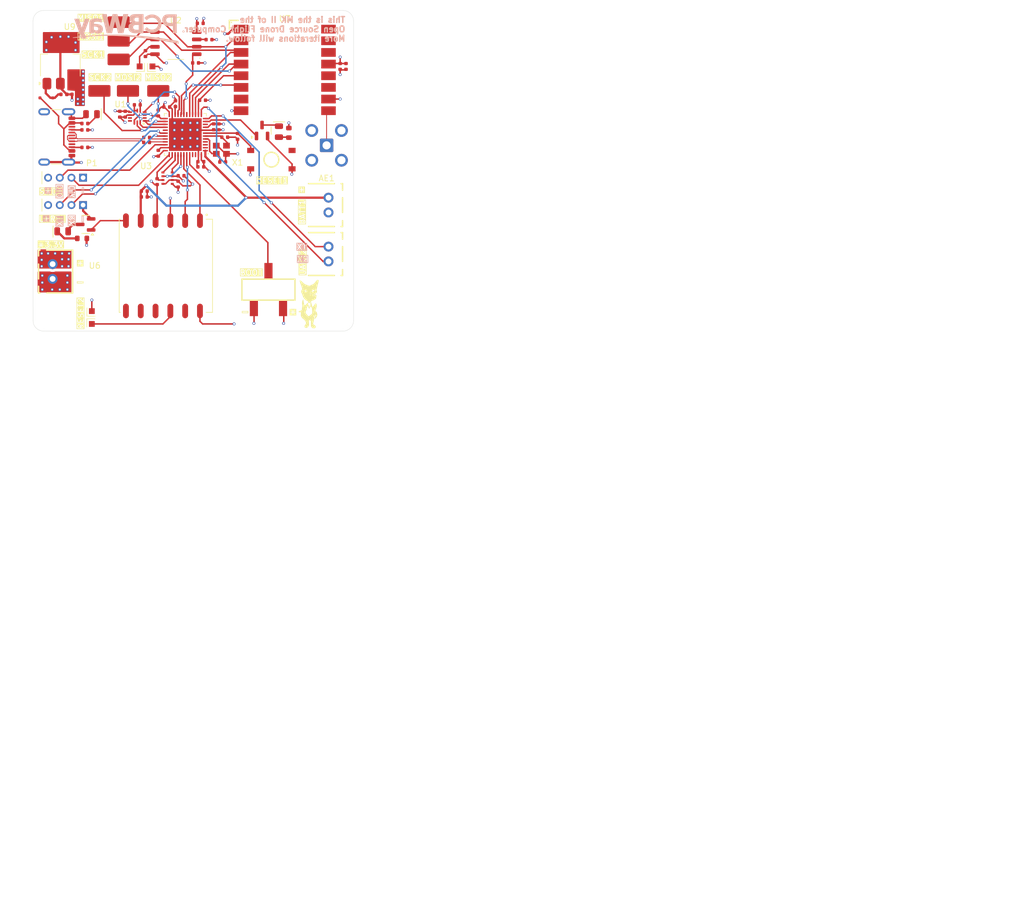
<source format=kicad_pcb>
(kicad_pcb (version 20241229) (generator "pcbnew") (generator_version "9.0")
  (layers (0 "F.Cu" signal) (4 "In1.Cu" power) (6 "In2.Cu" power) (2 "B.Cu" signal) (13 "F.Paste" user) (15 "B.Paste" user) (5 "F.SilkS" user "F.Silkscreen") (7 "B.SilkS" user "B.Silkscreen") (1 "F.Mask" user) (3 "B.Mask" user) (25 "Edge.Cuts" user))
  (net 0 "")
  (net 1 "+3.3V")
  (net 2 "+BATT")
  (net 3 "Net-(U5-PH1-OSC_OUT)")
  (net 4 "Net-(U5-PH0-OSC_IN)")
  (net 5 "+5V")
  (net 6 "Net-(U5-VCAP1)")
  (net 7 "/SPI5_NSS")
  (net 8 "/SPI1_MOSI")
  (net 9 "/SPI1_SCK")
  (net 10 "/SPI1_MISO")
  (net 11 "/SPI1_NSS")
  (net 12 "Net-(U2-~{WP}{slash}IO_{2})")
  (net 13 "Net-(U2-~{HOLD}{slash}~{RESET}{slash}IO_{3})")
  (net 14 "/MCU_RX2")
  (net 15 "Net-(P1-CC1)")
  (net 16 "/MCU_TX2")
  (net 17 "Net-(P1-CC2)")
  (net 21 "Net-(D1-K)")
  (net 22 "/SPI2_SCK")
  (net 27 "/SPI2_NSS")
  (net 28 "Net-(D6-Pad2)")
  (net 29 "Net-(D3-Pad2)")
  (net 30 "/SPI2_MISO")
  (net 32 "/SPI2_MOSI")
  (net 34 "/Debug_TX")
  (net 35 "/Debug_RX")
  (net 39 "GND")
  (net 42 "/MCU_TX1")
  (net 43 "/SPI3_NSS")
  (net 44 "/MCU_RX1")
  (net 48 "Net-(AE1-A)")
  (net 52 "Net-(U5-NRST)")
  (net 53 "Net-(SW2-B)")
  (net 54 "/SPI3_MOSI")
  (net 55 "/SPI3_MISO")
  (net 56 "/SPI3_SCK")
  (net 57 "/Lora_RES")
  (net 58 "/USB_FS_DP")
  (net 59 "/USB_FS_DN")
  (net 60 "Net-(Q3-D)")
  (net 61 "Net-(D5-Pad2)")
  (net 62 "Net-(Q2-D)")
  (net 63 "/SWDIO")
  (net 66 "/SWCLK")
  (net 67 "Net-(Q3-G)")
  (net 68 "/IMU_INT")
  (net 70 "Net-(U6-~{RESET})")
  (net 71 "Net-(Q2-G)")
  (net 72 "Net-(U5-PA11)")
  (net 73 "Net-(U5-PA12)")
  (footprint "easyeda2kicad:CONN-TH_B2B-XH-A-LF-SN" (layer "F.Cu") (at 112 54.4 90)
    (property "Reference" "BATT1")
    (property "Value" "Connector")
  )
  (footprint "PCM_JLCPCB:R_0402" (layer "F.Cu") (at 70.2 41.5 180)
    (property "Reference" "R1" (hide yes))
    (property "Value" "5.1kΩ" (hide yes))
  )
  (footprint "PCM_JLCPCB:R_0402" (layer "F.Cu") (at 89.2 30)
    (property "Reference" "R7" (hide yes))
    (property "Value" "5.1kΩ" (hide yes))
  )
  (footprint "PCM_JLCPCB:C_0402" (layer "F.Cu") (at 76.2 38.8 -90)
    (property "Reference" "C7" (hide yes))
    (property "Value" "2.2uF")
  )
  (footprint "PCM_JLCPCB:C_0402" (layer "F.Cu") (at 94.2 42.75 180)
    (property "Reference" "C11" (hide yes))
    (property "Value" "20pF")
  )
  (footprint "TestPoint:TestPoint_Pad_1.0x1.0mm" (layer "F.Cu") (at 71.4 74.8 90)
    (property "Reference" "REF**" (hide yes))
    (property "Value" "TestPoint_Pad_1.0x1.0mm")
  )
  (footprint "Connector_Coaxial:SMA_BAT_Wireless_BWSMA-KWE-Z001" (layer "F.Cu") (at 111.675 44.15 -90)
    (property "Reference" "AE1")
    (property "Value" "915MHZ Antenna")
  )
  (footprint "easyeda2kicad:SW-SMD_4P-L4.5-W4.5-P3.15-LS7.5-TL" (layer "F.Cu") (at 102.2 46.6)
    (property "Reference" "RESET1")
    (property "Value" "TS1101S")
  )
  (footprint "PCM_JLCPCB:C_0402" (layer "F.Cu") (at 90.1 46.95 180)
    (property "Reference" "C18" (hide yes))
    (property "Value" "4.7uF")
  )
  (footprint "Package_LGA:Bosch_LGA-8_2x2.5mm_P0.65mm_ClockwisePinNumbering" (layer "F.Cu") (at 84.4 49.775 90)
    (property "Reference" "U3")
    (property "Value" "BMP280")
  )
  (footprint "PCM_JLCPCB:R_0402" (layer "F.Cu") (at 70.2 44.5 180)
    (property "Reference" "R2" (hide yes))
    (property "Value" "5.1kΩ" (hide yes))
  )
  (footprint "PCM_JLCPCB:C_0402" (layer "F.Cu") (at 92.3 40.965316 -90)
    (property "Reference" "C21" (hide yes))
    (property "Value" "1uF")
  )
  (footprint "PCM_JLCPCB:R_0402" (layer "F.Cu") (at 90.4 36.4 180)
    (property "Reference" "R10" (hide yes))
    (property "Value" "5.1kΩ" (hide yes))
  )
  (footprint "easyeda2kicad:CONN-TH_B2B-XH-A-LF-SN" (layer "F.Cu") (at 112 62.8 90)
    (property "Reference" "UART2")
    (property "Value" "Connector")
  )
  (footprint "Package_SO:SOIC-8_5.3x5.3mm_P1.27mm" (layer "F.Cu") (at 85.8125 26.6 180)
    (property "Reference" "U2")
    (property "Value" "W25Q16JVSS")
  )
  (footprint "PCM_JLCPCB:R_0402" (layer "F.Cu") (at 70.2 40.4)
    (property "Reference" "R11" (hide yes))
    (property "Value" "200Ω" (hide yes))
  )
  (footprint "TestPoint:TestPoint_Keystone_5019_Miniature" (layer "F.Cu") (at 72.7 34.8)
    (property "Reference" "SCK2")
    (property "Value" "TestPoint")
  )
  (footprint "PCM_JLCPCB:C_0402" (layer "F.Cu") (at 90.09547 47.838667)
    (property "Reference" "C25" (hide yes))
    (property "Value" "100nF")
  )
  (footprint "PCM_JLCPCB:R_0402" (layer "F.Cu") (at 82.8 38.6 -90)
    (property "Reference" "R12" (hide yes))
    (property "Value" "5.1kΩ" (hide yes))
  )
  (footprint "PCM_JLCPCB:Q_SOT-23" (layer "F.Cu") (at 70.34 57.72 180)
    (property "Reference" "Q3" (hide yes))
    (property "Value" "AO3400A")
  )
  (footprint "TestPoint:TestPoint_Keystone_5019_Miniature" (layer "F.Cu") (at 76 26.2 180)
    (property "Reference" "MOSI1")
    (property "Value" "TestPoint")
  )
  (footprint "PCM_JLCPCB:C_0402" (layer "F.Cu") (at 82.8 45.5 -90)
    (property "Reference" "C29" (hide yes))
    (property "Value" "100nF")
  )
  (footprint "PCM_JLCPCB:C_0402" (layer "F.Cu") (at 93.85 47)
    (property "Reference" "C10" (hide yes))
    (property "Value" "20pF")
  )
  (footprint "TestPoint:TestPoint_Pad_1.0x1.0mm" (layer "F.Cu") (at 71.4 72.6)
    (property "Reference" "REF**" (hide yes))
    (property "Value" "TestPoint_Pad_1.0x1.0mm")
  )
  (footprint "Connector_PinHeader_2.00mm:PinHeader_1x04_P2.00mm_Vertical" (layer "F.Cu") (at 69.9 54.4 -90)
    (property "Reference" "UART1")
    (property "Value" "Conn_01x04_Pin")
  )
  (footprint "Package_TO_SOT_SMD:SOT-223-3_TabPin2" (layer "F.Cu") (at 66 30.4 90)
    (property "Reference" "U9")
    (property "Value" "AP7361C-33E")
  )
  (footprint "easyeda2kicad:LGA-14_L3.0-W2.5-P0.50-TL" (layer "F.Cu") (at 79.2 39.2 180)
    (property "Reference" "U1")
    (property "Value" "ICM-42605")
  )
  (footprint "MountingHole:MountingHole_2.1mm" (layer "F.Cu") (at 63.7 73.6)
    (property "Reference" "REF**" (hide yes))
    (property "Value" "MountingHole_2.1mm")
  )
  (footprint "PCM_JLCPCB:C_0402" (layer "F.Cu") (at 80.4 52)
    (property "Reference" "C31" (hide yes))
    (property "Value" "100nF")
  )
  (footprint "PCM_JLCPCB:C_0402" (layer "F.Cu") (at 114 30.6 -90)
    (property "Reference" "C3" (hide yes))
    (property "Value" "10uF")
  )
  (footprint "TestPoint:TestPoint_Keystone_5019_Miniature" (layer "F.Cu") (at 76 23 180)
    (property "Reference" "MISO1")
    (property "Value" "TestPoint")
  )
  (footprint "PCM_JLCPCB:C_0402" (layer "F.Cu") (at 68.5 35.4 180)
    (property "Reference" "C4" (hide yes))
    (property "Value" "4.7uF")
  )
  (footprint "Crystal:Crystal_SMD_2520-4Pin_2.5x2.0mm" (layer "F.Cu") (at 93.625 44.9 180)
    (property "Reference" "X1")
    (property "Value" "Shenzhen SCTF Elec SX2B12.000F1010F30")
  )
  (footprint "PCM_JLCPCB:R_0402" (layer "F.Cu") (at 91.5 26)
    (property "Reference" "R3" (hide yes))
    (property "Value" "5.1kΩ" (hide yes))
  )
  (footprint "PCM_JLCPCB:D_0805" (layer "F.Cu") (at 103.5 41.8 -90)
    (property "Reference" "D5" (hide yes))
    (property "Value" "Red")
  )
  (footprint "PCM_JLCPCB:C_0402" (layer "F.Cu") (at 93.2 40.974013 -90)
    (property "Reference" "C20" (hide yes))
    (property "Value" "100nF")
  )
  (footprint "Diode_SMD:D_SOD-323F" (layer "F.Cu") (at 63.6 36 180)
    (property "Reference" "D1" (hide yes))
    (property "Value" "PMEG3015EJ")
  )
  (footprint "USB-C:USB-C" (layer "F.Cu") (at 64.3 42.7 -90)
    (property "Reference" "P1")
    (property "Value" "USB_C_Plug")
  )
  (footprint "Connector_PinHeader_2.00mm:PinHeader_1x04_P2.00mm_Vertical" (layer "F.Cu") (at 69.9 49.7 -90)
    (property "Reference" "SWD1")
    (property "Value" "Conn_01x04_Pin")
  )
  (footprint "PCM_JLCPCB:R_0603" (layer "F.Cu") (at 105.2 42 -90)
    (property "Reference" "R5" (hide yes))
    (property "Value" "75Ω")
  )
  (footprint "PCM_JLCPCB:C_0402" (layer "F.Cu") (at 79.2 37.2)
    (property "Reference" "C8" (hide yes))
    (property "Value" "10nF")
  )
  (footprint "PCM_JLCPCB:C_0402" (layer "F.Cu") (at 86.2 50.8 90)
    (property "Reference" "C12" (hide yes))
    (property "Value" "100nF")
  )
  (footprint "PCM_JLCPCB:D_0805" (layer "F.Cu") (at 71.34 38.8)
    (property "Reference" "D3" (hide yes))
    (property "Value" "Green")
  )
  (footprint "LOGO" (layer "F.Cu") (at 108.6 71.4)
    (property "Reference" "G***" (hide yes))
    (property "Value" "LOGO" (hide yes))
  )
  (footprint "PCM_JLCPCB:C_0402" (layer "F.Cu") (at 77.128509 38.8 90)
    (property "Reference" "C6" (hide yes))
    (property "Value" "100nF")
  )
  (footprint "Package_DFN_QFN:QFN-48-1EP_7x7mm_P0.5mm_EP5.6x5.6mm" (layer "F.Cu") (at 87.4375 42.3 180)
    (property "Reference" "U5" (hide yes))
    (property "Value" "STM32F411")
  )
  (footprint "Lora1276:COMM-SMD_LORA1276-C1-915MHZ" (layer "F.Cu") (at 104.5 31.2)
    (property "Reference" "U7")
    (property "Value" "915MHz")
  )
  (footprint "easyeda2kicad:CONN-TH_B2B-XH-A-LF-SN" (layer "F.Cu") (at 64.6725 65.8 -90)
    (property "Reference" "+3.3V")
    (property "Value" "Connector")
  )
  (footprint "PCM_JLCPCB:R_0402" (layer "F.Cu") (at 80.795275 43.637992 180)
    (property "Reference" "R14" (hide yes))
    (property "Value" "22Ω" (hide yes))
  )
  (footprint "TestPoint:TestPoint_Keystone_5019_Miniature" (layer "F.Cu") (at 77.6 34.8)
    (property "Reference" "MOSI2")
    (property "Value" "TestPoint")
  )
  (footprint "PCM_JLCPCB:C_0402" (layer "F.Cu") (at 66.6 35.4)
    (property "Reference" "C5" (hide yes))
    (property "Value" "4.7uF")
  )
  (footprint "PCM_JLCPCB:C_0402" (layer "F.Cu") (at 80.4 53)
    (property "Reference" "C15" (hide yes))
    (property "Value" "4.7uF")
  )
  (footprint "MountingHole:MountingHole_2.1mm" (layer "F.Cu") (at 113.9 73.6)
    (property "Reference" "REF**" (hide yes))
    (property "Value" "MountingHole_2.1mm")
  )
  (footprint "TestPoint:TestPoint_Pad_1.0x1.0mm" (layer "F.Cu") (at 79.6 30.6 90)
    (property "Reference" "REF**" (hide yes))
    (property "Value" "TestPoint_Pad_1.0x1.0mm")
  )
  (footprint "PCM_JLCPCB:R_0402" (layer "F.Cu") (at 82.6 50.375 -90)
    (property "Reference" "R9" (hide yes))
    (property "Value" "5.1kΩ" (hide yes))
  )
  (footprint "TestPoint:TestPoint_Keystone_5019_Miniature" (layer "F.Cu") (at 76 29.4)
    (property "Reference" "SCK1")
    (property "Value" "TestPoint")
  )
  (footprint "PCM_JLCPCB:C_0402" (layer "F.Cu") (at 90 23.2)
    (property "Reference" "C1" (hide yes))
    (property "Value" "100nF")
  )
  (footprint "PCM_JLCPCB:C_0402" (layer "F.Cu") (at 96.4 42.6 -90)
    (property "Reference" "C27" (hide yes))
    (property "Value" "100nF")
  )
  (footprint "PCM_JLCPCB:R_0402" (layer "F.Cu") (at 80.6 28.4 -90)
    (property "Reference" "R4" (hide yes))
    (property "Value" "5.1kΩ" (hide yes))
  )
  (footprint "TestPoint:TestPoint_Pad_1.0x1.0mm" (layer "F.Cu") (at 81.8 30.6)
    (property "Reference" "REF**" (hide yes))
    (property "Value" "TestPoint_Pad_1.0x1.0mm")
  )
  (footprint "PCM_JLCPCB:C_0402" (layer "F.Cu") (at 115 30.6 -90)
    (property "Reference" "C28" (hide yes))
    (property "Value" "100nF")
  )
  (footprint "L86:XCVR_L86-M33" (layer "F.Cu") (at 83.6 64.823663 -90)
    (property "Reference" "U6")
    (property "Value" "L86-M33")
  )
  (footprint "TestPoint:TestPoint_Keystone_5019_Miniature" (layer "F.Cu") (at 82.8 34.8)
    (property "Reference" "MISO2")
    (property "Value" "TestPoint")
  )
  (footprint "PCM_JLCPCB:D_0805" (layer "F.Cu") (at 66.4 58.9 180)
    (property "Reference" "D6" (hide yes))
    (property "Value" "Red")
  )
  (footprint "MountingHole:MountingHole_2.1mm" (layer "F.Cu") (at 63.7 23.4)
    (property "Reference" "REF**" (hide yes))
    (property "Value" "MountingHole_2.1mm")
  )
  (footprint "PCM_JLCPCB:C_0402" (layer "F.Cu") (at 84.25 37.567564 180)
    (property "Reference" "C9" (hide yes))
    (property "Value" "100nF")
  )
  (footprint "PCM_JLCPCB:C_0402" (layer "F.Cu") (at 85.75 37 90)
    (property "Reference" "C26" (hide yes))
    (property "Value" "4.7uF")
  )
  (footprint "PCM_JLCPCB:Q_SOT-23" (layer "F.Cu") (at 100.6 41.6 90)
    (property "Reference" "Q2" (hide yes))
    (property "Value" "AO3400A")
  )
  (footprint "PCM_JLCPCB:R_0603" (layer "F.Cu") (at 69.72 60.12 180)
    (property "Reference" "R13" (hide yes))
    (property "Value" "75Ω")
  )
  (footprint "PCM_JLCPCB:C_0402" (layer "F.Cu") (at 86.711167 49.36675)
    (property "Reference" "C17" (hide yes))
    (property "Value" "100nF")
  )
  (footprint "SW-SHOUHAN_MST-22D18G23J_C2875122:SW-SMD_SHOUHAN_MST-22D18G23J_C2875122" (layer "F.Cu") (at 101.7 68.9)
    (property "Reference" "BOOT")
    (property "Value" "SW_SPDT")
  )
  (footprint "PCM_JLCPCB:R_0402" (layer "F.Cu") (at 80.8 42.8 180)
    (property "Reference" "R6" (hide yes))
    (property "Value" "22Ω" (hide yes))
  )
  (footprint "LOGO" (layer "B.Cu") (at 77.3 24.1 180)
    (property "Reference" "G***" (hide yes))
    (property "Value" "LOGO" (hide yes))
  )
  (gr_arc (start 61.308341 22.8) (mid 61.835549 21.527208) (end 63.108341 21) (stroke (width 0.05)) (layer "Edge.Cuts"))
  (gr_arc (start 116.3 74.227208) (mid 115.772792 75.5) (end 114.5 76.027208) (stroke (width 0.05)) (layer "Edge.Cuts"))
  (gr_arc (start 63.11539 76.027208) (mid 61.842598 75.5) (end 61.31539 74.227208) (stroke (width 0.05)) (layer "Edge.Cuts"))
  (gr_line (start 63.11539 76.027207) (end 114.5 76.027208) (stroke (width 0.05)) (layer "Edge.Cuts"))
  (gr_line (start 114.5 21) (end 63.108341 21) (stroke (width 0.05)) (layer "Edge.Cuts"))
  (gr_line (start 116.3 74.227208) (end 116.3 22.8) (stroke (width 0.05)) (layer "Edge.Cuts"))
  (gr_arc (start 114.5 21) (mid 115.772792 21.527208) (end 116.3 22.8) (stroke (width 0.05)) (layer "Edge.Cuts"))
  (gr_line (start 61.308341 22.8) (end 61.31539 74.2272) (stroke (width 0.05)) (layer "Edge.Cuts"))
  (gr_text "+" (at 69.4 64.3 0) (layer "F.SilkS" knockout) (effects (font (size 1 1))))
  (gr_text "+" (at 105.9 72.7 0) (layer "F.SilkS" knockout) (effects (font (size 1 1))))
  (gr_text "RESET2\n" (at 69.5 73 90) (layer "F.SilkS" knockout) (effects (font (size 1 1))))
  (gr_text "-\n" (at 69.4 67.6 0) (layer "F.SilkS" knockout) (effects (font (size 1 1))))
  (gr_text "-\n" (at 97.7 72.7 0) (layer "F.SilkS" knockout) (effects (font (size 1 1))))
  (gr_text "+" (at 107.4 51.7 0) (layer "F.SilkS" knockout) (effects (font (size 1 1))))
  (gr_text "TX\n" (at 65.9 57.2 90) (layer "B.SilkS" knockout) (effects (font (size 1 1)) (justify mirror)))
  (gr_text "-\n" (at 69.9 56.8 -90) (layer "B.SilkS" knockout) (effects (font (size 1 1)) (justify mirror)))
  (gr_text "+" (at 63.5 56.7 90) (layer "B.SilkS" knockout) (effects (font (size 1 1)) (justify mirror)))
  (gr_text "RX\n" (at 68 57 90) (layer "B.SilkS" knockout) (effects (font (size 1 1)) (justify mirror)))
  (gr_text "TX\n" (at 107.4 61.6 0) (layer "B.SilkS" knockout) (effects (font (size 1 1)) (justify mirror)))
  (gr_text "This is the MK II of the \nOpen Source Drone Flight Computer. \nMore iterations will follow.\n" (at 115 26.4 0) (layer "B.SilkS") (effects (font (size 1 1) (thickness 0.25) (bold yes)) (justify left bottom mirror)))
  (gr_text "-\n" (at 69.8 51.9 90) (layer "B.SilkS" knockout) (effects (font (size 1 1)) (justify mirror)))
  (gr_text "CLK\n\n" (at 68.8 52.1 90) (layer "B.SilkS" knockout) (effects (font (size 1 0.76)) (justify mirror)))
  (gr_text "RX\n" (at 107.6 63.7 0) (layer "B.SilkS" knockout) (effects (font (size 1 1)) (justify mirror)))
  (gr_text "+" (at 63.8 51.9 90) (layer "B.SilkS" knockout) (effects (font (size 1 1)) (justify mirror)))
  (gr_text "DIO\n" (at 65.9 52 90) (layer "B.SilkS" knockout) (effects (font (size 1 1)) (justify mirror)))
  (segment (start 89.7 30) (end 90.8 30) (width 0.254) (layer "F.Cu") (net 1))
  (segment (start 115 30.1) (end 112.1 30.1) (width 0.254) (layer "F.Cu") (net 1))
  (segment (start 84.6875 38.8625) (end 84.6875 38.42451) (width 0.254) (layer "F.Cu") (net 1))
  (segment (start 90.1875 46.6875) (end 90.1875 45.775) (width 0.254) (layer "F.Cu") (net 1))
  (segment (start 79.7 38.19) (end 79.7 37.2) (width 0.254) (layer "F.Cu") (net 1))
  (segment (start 76.2 38.3) (end 75.5 38.3) (width 0.254) (layer "F.Cu") (net 1))
  (segment (start 69 35.4) (end 69 34.25) (width 0.381) (layer "F.Cu") (net 1))
  (segment (start 87.1 50.255583) (end 86.211167 49.36675) (width 0.254) (layer "F.Cu") (net 1))
  (segment (start 69 34.25) (end 68.3 33.55) (width 0.381) (layer "F.Cu") (net 1))
  (segment (start 93.2 40.474013) (end 91.888486 40.474013) (width 0.254) (layer "F.Cu") (net 1))
  (segment (start 104.3 74.7) (end 104.3 74.553458) (width 0.254) (layer "F.Cu") (net 1))
  (segment (start 93.9 40.5) (end 93.874013 40.474013) (width 0.254) (layer "F.Cu") (net 1))
  (segment (start 105.2 40.3) (end 105.2 41.18) (width 0.254) (layer "F.Cu") (net 1))
  (segment (start 83.332436 37.567564) (end 83.75 37.567564) (width 0.254) (layer "F.Cu") (net 1))
  (segment (start 82.33 57.073663) (end 82.6 56.803663) (width 0.254) (layer "F.Cu") (net 1))
  (segment (start 69 35.4) (end 69 36.2) (width 0.381) (layer "F.Cu") (net 1))
  (segment (start 93.874013 40.474013) (end 93.2 40.474013) (width 0.254) (layer "F.Cu") (net 1))
  (segment (start 91.312499 41.05) (end 90.875 41.05) (width 0.254) (layer "F.Cu") (net 1))
  (segment (start 104.326729 74.526729) (end 104.326729 72.408862) (width 0.254) (layer "F.Cu") (net 1))
  (segment (start 82.1 46) (end 82 46.1) (width 0.254) (layer "F.Cu") (net 1))
  (segment (start 90.6 47.85) (end 90.6 46.95) (width 0.254) (layer "F.Cu") (net 1))
  (segment (start 70.5 60.16) (end 70.54 60.12) (width 0.381) (layer "F.Cu") (net 1))
  (segment (start 82.175 50.875) (end 81.6 50.3) (width 0.254) (layer "F.Cu") (net 1))
  (segment (start 90.5 22.6) (end 90.5 23.2) (width 0.254) (layer "F.Cu") (net 1))
  (segment (start 79.720421 37.179579) (end 79.7 37.2) (width 0.254) (layer "F.Cu") (net 1))
  (segment (start 90.59547 47.838667) (end 90.788667 47.838667) (width 0.254) (layer "F.Cu") (net 1))
  (segment (start 112.3 29.9) (end 112 30.2) (width 0.254) (layer "F.Cu") (net 1))
  (segment (start 112.1 30.1) (end 112 30.2) (width 0.254) (layer "F.Cu") (net 1))
  (segment (start 80.995 28.505) (end 82.225 28.505) (width 0.254) (layer "F.Cu") (net 1))
  (segment (start 90.604842 22.346417) (end 90.604842 22.495158) (width 0.254) (layer "F.Cu") (net 1))
  (segment (start 83.75 45.05) (end 82.8 46) (width 0.254) (layer "F.Cu") (net 1))
  (segment (start 114 30.1) (end 114 29) (width 0.254) (layer "F.Cu") (net 1))
  (segment (start 86.127917 49.45) (end 86.211167 49.36675) (width 0.254) (layer "F.Cu") (net 1))
  (segment (start 84 45.05) (end 83.75 45.05) (width 0.254) (layer "F.Cu") (net 1))
  (segment (start 86.2 51.3) (end 85.75 51.3) (width 0.254) (layer "F.Cu") (net 1))
  (segment (start 82.8 46) (end 82.1 46) (width 0.254) (layer "F.Cu") (net 1))
  (segment (start 84.6875 38.42451) (end 83.830554 37.567564) (width 0.254) (layer "F.Cu") (net 1))
  (segment (start 90.1875 45.775) (end 90.15 45.7375) (width 0.254) (layer "F.Cu") (net 1))
  (segment (start 83.72 30) (end 82.225 28.505) (width 0.254) (layer "F.Cu") (net 1))
  (segment (start 77.79 38.3) (end 77.94 38.45) (width 0.254) (layer "F.Cu") (net 1))
  (segment (start 70.5 61.3) (end 70.5 60.16) (width 0.381) (layer "F.Cu") (net 1))
  (segment (start 83.75 37.05) (end 84 36.8) (width 0.254) (layer "F.Cu") (net 1))
  (segment (start 91.888486 40.474013) (end 91.312499 41.05) (width 0.254) (layer "F.Cu") (net 1))
  (segment (start 80.6 28.9) (end 80.995 28.505) (width 0.254) (layer "F.Cu") (net 1))
  (segment (start 85.75 51.3) (end 85.2 50.75) (width 0.254) (layer "F.Cu") (net 1))
  (segment (start 84.2 30) (end 83.72 30) (width 0.254) (layer "F.Cu") (net 1))
  (segment (start 83.75 37.567564) (end 83.75 37.05) (width 0.254) (layer "F.Cu") (net 1))
  (segment (start 90.604842 22.495158) (end 90.5 22.6) (width 0.254) (layer "F.Cu") (net 1))
  (segment (start 86.2 51.3) (end 86.2 52.2) (width 0.254) (layer "F.Cu") (net 1))
  (segment (start 79.720421 36.502063) (end 79.720421 37.179579) (width 0.254) (layer "F.Cu") (net 1))
  (segment (start 90.9 36.4) (end 91.7 36.4) (width 0.2) (layer "F.Cu") (net 1))
  (segment (start 90.45 46.95) (end 90.1875 46.6875) (width 0.254) (layer "F.Cu") (net 1))
  (segment (start 82.8 38.1) (end 83.332436 37.567564) (width 0.254) (layer "F.Cu") (net 1))
  (segment (start 82.6 56.803663) (end 82.6 50.875) (width 0.254) (layer "F.Cu") (net 1))
  (segment (start 104.3 74.553458) (end 104.326729 74.526729) (width 0.254) (layer "F.Cu") (net 1))
  (segment (start 92 26) (end 92.8 26) (width 0.254) (layer "F.Cu") (net 1))
  (segment (start 90.788667 47.838667) (end 91.55 48.6) (width 0.254) (layer "F.Cu") (net 1))
  (segment (start 76.2 38.3) (end 77.79 38.3) (width 0.254) (layer "F.Cu") (net 1))
  (segment (start 94 40.5) (end 93.9 40.5) (width 0.254) (layer "F.Cu") (net 1))
  (segment (start 82.6 50.875) (end 82.175 50.875) (width 0.254) (layer "F.Cu") (net 1))
  (segment (start 85.2 49.45) (end 86.127917 49.45) (width 0.254) (layer "F.Cu") (net 1))
  (segment (start 75.5 38.3) (end 75.4 38.2) (width 0.254) (layer "F.Cu") (net 1))
  (via (at 86.2 52.2) (size 0.5) (drill 0.3) (layers "F.Cu" "B.Cu") (net 1))
  (via (at 69.9 34.6) (size 0.5) (drill 0.3) (layers "F.Cu" "B.Cu") (net 1))
  (via (at 67.4 64.9) (size 0.5) (drill 0.3) (layers "F.Cu" "B.Cu") (net 1))
  (via (at 69.9 31.5) (size 0.5) (drill 0.3) (layers "F.Cu" "B.Cu") (net 1))
  (via (at 105.2 40.3) (size 0.5) (drill 0.3) (layers "F.Cu" "B.Cu") (net 1))
  (via (at 79.720421 36.502063) (size 0.5) (drill 0.3) (layers "F.Cu" "B.Cu") (net 1))
  (via (at 63.9 62.7) (size 0.5) (drill 0.3) (layers "F.Cu" "B.Cu") (net 1))
  (via (at 67.4 63.7) (size 0.5) (drill 0.3) (layers "F.Cu" "B.Cu") (net 1))
  (via (at 66.3 63.7) (size 0.5) (drill 0.3) (layers "F.Cu" "B.Cu") (net 1))
  (via (at 69.9 32.2) (size 0.5) (drill 0.3) (layers "F.Cu" "B.Cu") (net 1))
  (via (at 90.604842 22.346417) (size 0.5) (drill 0.3) (layers "F.Cu" "B.Cu") (net 1))
  (via (at 82 46.1) (size 0.5) (drill 0.3) (layers "F.Cu" "B.Cu") (net 1))
  (via (at 94 40.5) (size 0.5) (drill 0.3) (layers "F.Cu" "B.Cu") (net 1))
  (via (at 114 29) (size 0.5) (drill 0.3) (layers "F.Cu" "B.Cu") (net 1))
  (via (at 66.3 64.9) (size 0.5) (drill 0.3) (layers "F.Cu" "B.Cu") (net 1))
  (via (at 69.9 33.8) (size 0.5) (drill 0.3) (layers "F.Cu" "B.Cu") (net 1))
  (via (at 69.9 36.3) (size 0.5) (drill 0.3) (layers "F.Cu" "B.Cu") (net 1))
  (via (at 90.8 30) (size 0.5) (drill 0.3) (layers "F.Cu" "B.Cu") (net 1))
  (via (at 65.1 62.7) (size 0.5) (drill 0.3) (layers "F.Cu" "B.Cu") (net 1))
  (via (at 104.3 74.7) (size 0.5) (drill 0.3) (layers "F.Cu" "B.Cu") (net 1))
  (via (at 69.9 33) (size 0.5) (drill 0.3) (layers "F.Cu" "B.Cu") (net 1))
  (via (at 75.4 38.2) (size 0.5) (drill 0.3) (layers "F.Cu" "B.Cu") (net 1))
  (via (at 62.8 63.8) (size 0.5) (drill 0.3) (layers "F.Cu" "B.Cu") (net 1))
  (via (at 66.3 62.7) (size 0.5) (drill 0.3) (layers "F.Cu" "B.Cu") (net 1))
  (via (at 92.8 26) (size 0.5) (drill 0.3) (layers "F.Cu" "B.Cu") (net 1))
  (via (at 87.1 50.255583) (size 0.5) (drill 0.3) (layers "F.Cu" "B.Cu") (net 1))
  (via (at 69 36.2) (size 0.5) (drill 0.3) (layers "F.Cu" "B.Cu") (net 1))
  (via (at 91.55 48.6) (size 0.5) (drill 0.3) (layers "F.Cu" "B.Cu") (net 1))
  (via (at 70.5 61.3) (size 0.5) (drill 0.3) (layers "F.Cu" "B.Cu") (net 1))
  (via (at 69.9 37) (size 0.5) (drill 0.3) (layers "F.Cu" "B.Cu") (net 1))
  (via (at 84.2 30) (size 0.5) (drill 0.3) (layers "F.Cu" "B.Cu") (net 1))
  (via (at 81.6 50.3) (size 0.5) (drill 0.3) (layers "F.Cu" "B.Cu") (net 1))
  (via (at 69 37) (size 0.5) (drill 0.3) (layers "F.Cu" "B.Cu") (net 1))
  (via (at 62.8 62.7) (size 0.5) (drill 0.3) (layers "F.Cu" "B.Cu") (net 1))
  (via (at 67.5 62.7) (size 0.5) (drill 0.3) (layers "F.Cu" "B.Cu") (net 1))
  (via (at 69.9 35.5) (size 0.5) (drill 0.3) (layers "F.Cu" "B.Cu") (net 1))
  (via (at 84 36.8) (size 0.5) (drill 0.3) (layers "F.Cu" "B.Cu") (net 1))
  (via (at 62.8 64.9) (size 0.5) (drill 0.3) (layers "F.Cu" "B.Cu") (net 1))
  (via (at 91.7 36.4) (size 0.5) (drill 0.3) (layers "F.Cu" "B.Cu") (net 1))
  (segment (start 97.855658 53.055658) (end 97.855658 53.13) (width 0.381) (layer "F.Cu") (net 2))
  (segment (start 80.7 51.1) (end 79.9 51.9) (width 0.381) (layer "F.Cu") (net 2))
  (segment (start 90.875 45.05) (end 90.875 46.075) (width 0.381) (layer "F.Cu") (net 2))
  (segment (start 79.79 57.073663) (end 79.79 52.11) (width 0.381) (layer "F.Cu") (net 2))
  (segment (start 79.9 51.9) (end 79.9 52) (width 0.381) (layer "F.Cu") (net 2))
  (segment (start 80.7 51) (end 80.7 51.1) (width 0.381) (layer "F.Cu") (net 2))
  (segment (start 97.855658 53.13) (end 112.525 53.13) (width 0.381) (layer "F.Cu") (net 2))
  (segment (start 90.875 46.075) (end 97.855658 53.055658) (width 0.381) (layer "F.Cu") (net 2))
  (via (at 80.7 51) (size 0.5) (drill 0.3) (layers "F.Cu" "B.Cu") (net 2))
  (via (at 97.855658 53.13) (size 0.5) (drill 0.3) (layers "F.Cu" "B.Cu") (net 2))
  (segment (start 96.485658 54.5) (end 97.855658 53.13) (width 0.381) (layer "B.Cu") (net 2))
  (segment (start 84.2 54.5) (end 96.485658 54.5) (width 0.381) (layer "B.Cu") (net 2))
  (segment (start 80.7 51) (end 84.2 54.5) (width 0.381) (layer "B.Cu") (net 2))
  (segment (start 90.8375 42.55) (end 93.5 42.55) (width 0.254) (layer "F.Cu") (net 3))
  (segment (start 93.5 42.55) (end 94.9 43.95) (width 0.254) (layer "F.Cu") (net 3))
  (segment (start 92.7 45.55) (end 92 45.55) (width 0.254) (layer "F.Cu") (net 4))
  (segment (start 91.603 43.324016) (end 91.328984 43.05) (width 0.254) (layer "F.Cu") (net 4))
  (segment (start 91.328984 43.05) (end 90.8375 43.05) (width 0.254) (layer "F.Cu") (net 4))
  (segment (start 92 45.55) (end 91.603 45.153) (width 0.254) (layer "F.Cu") (net 4))
  (segment (start 93.35 46.2) (end 92.7 45.55) (width 0.254) (layer "F.Cu") (net 4))
  (segment (start 93.35 47) (end 93.35 46.2) (width 0.254) (layer "F.Cu") (net 4))
  (segment (start 91.603 45.153) (end 91.603 43.324016) (width 0.254) (layer "F.Cu") (net 4))
  (segment (start 69.7 40.6) (end 69.4 40.3) (width 0.254) (layer "F.Cu") (net 5))
  (segment (start 62.55739 36) (end 62.5 36) (width 0.254) (layer "F.Cu") (net 5))
  (segment (start 65.7 40.422152) (end 65.7 39.14261) (width 0.254) (layer "F.Cu") (net 5))
  (segment (start 65.7 39.14261) (end 62.55739 36) (width 0.254) (layer "F.Cu") (net 5))
  (segment (start 67.98 40.3) (end 67.622152 40.3) (width 0.254) (layer "F.Cu") (net 5))
  (segment (start 67.622152 40.3) (end 66.8892 41.032952) (width 0.254) (layer "F.Cu") (net 5))
  (segment (start 67.622152 45.1) (end 67.98 45.1) (width 0.254) (layer "F.Cu") (net 5))
  (segment (start 66.6 41.322152) (end 65.7 40.422152) (width 0.254) (layer "F.Cu") (net 5))
  (segment (start 66.6 44.077848) (end 67.622152 45.1) (width 0.254) (layer "F.Cu") (net 5))
  (segment (start 66.8892 41.032952) (end 66.6 41.322152) (width 0.254) (layer "F.Cu") (net 5))
  (segment (start 66.6 41.322152) (end 66.6 44.077848) (width 0.254) (layer "F.Cu") (net 5))
  (segment (start 69.4 40.3) (end 67.98 40.3) (width 0.254) (layer "F.Cu") (net 5))
  (segment (start 85.6875 37.3125) (end 85.6875 38.8625) (width 0.254) (layer "F.Cu") (net 6))
  (segment (start 85.75 37.25) (end 85.6875 37.3125) (width 0.254) (layer "F.Cu") (net 6))
  (segment (start 87.1875 36.4125) (end 87.1875 38.8625) (width 0.254) (layer "F.Cu") (net 7))
  (segment (start 87.6 33.6) (end 87.6 33.2) (width 0.254) (layer "F.Cu") (net 7))
  (segment (start 87.6 36) (end 87.1875 36.4125) (width 0.254) (layer "F.Cu") (net 7))
  (segment (start 88.7 30) (end 88.7 28.5925) (width 0.254) (layer "F.Cu") (net 7))
  (segment (start 87.6 33.2) (end 88.7 32.1) (width 0.254) (layer "F.Cu") (net 7))
  (segment (start 88.7 28.5925) (end 88.7875 28.505) (width 0.254) (layer "F.Cu") (net 7))
  (segment (start 88.7 32.1) (end 88.7 30) (width 0.254) (layer "F.Cu") (net 7))
  (via (at 87.6 33.6) (size 0.5) (drill 0.3) (layers "F.Cu" "B.Cu") (net 7))
  (via (at 87.6 36) (size 0.5) (drill 0.3) (layers "F.Cu" "B.Cu") (net 7))
  (segment (start 87.6 33.6) (end 87.6 36) (width 0.254) (layer "B.Cu") (net 7))
  (segment (start 83.695 24.695) (end 86.815 27.815) (width 0.254) (layer "F.Cu") (net 8))
  (segment (start 86.815 27.815) (end 96.615 27.815) (width 0.254) (layer "F.Cu") (net 8))
  (segment (start 95.2 28.2) (end 88.1875 35.2125) (width 0.254) (layer "F.Cu") (net 8))
  (segment (start 96.7 28.2) (end 95.2 28.2) (width 0.254) (layer "F.Cu") (net 8))
  (segment (start 82.225 24.695) (end 83.695 24.695) (width 0.254) (layer "F.Cu") (net 8))
  (segment (start 96.615 27.815) (end 97 28.2) (width 0.254) (layer "F.Cu") (net 8))
  (segment (start 79.805 24.695) (end 82.225 24.695) (width 0.254) (layer "F.Cu") (net 8))
  (segment (start 88.1875 35.2125) (end 88.1875 38.8625) (width 0.254) (layer "F.Cu") (net 8))
  (segment (start 77.9 26.6) (end 79.805 24.695) (width 0.254) (layer "F.Cu") (net 8))
  (segment (start 75 26.6) (end 77.9 26.6) (width 0.254) (layer "F.Cu") (net 8))
  (segment (start 83.165 25.965) (end 82.225 25.965) (width 0.254) (layer "F.Cu") (net 9))
  (segment (start 94.132 31.020362) (end 93.820362 31.332) (width 0.254) (layer "F.Cu") (net 9))
  (segment (start 86.05 28.85) (end 83.165 25.965) (width 0.254) (layer "F.Cu") (net 9))
  (segment (start 89.1875 35.9625) (end 89.1875 38.8625) (width 0.254) (layer "F.Cu") (net 9))
  (segment (start 93.820362 31.332) (end 93.818 31.332) (width 0.254) (layer "F.Cu") (net 9))
  (segment (start 82.225 25.965) (end 80.835 25.965) (width 0.254) (layer "F.Cu") (net 9))
  (segment (start 93.818 31.332) (end 89.1875 35.9625) (width 0.254) (layer "F.Cu") (net 9))
  (segment (start 96.7 30.2) (end 94.95 30.2) (width 0.254) (layer "F.Cu") (net 9))
  (segment (start 94.132 31.018) (end 94.132 31.020362) (width 0.254) (layer "F.Cu") (net 9))
  (segment (start 94.95 30.2) (end 94.132 31.018) (width 0.254) (layer "F.Cu") (net 9))
  (segment (start 76.8 30) (end 75 30) (width 0.254) (layer "F.Cu") (net 9))
  (segment (start 96.2 30.2) (end 96.7 30.2) (width 0.254) (layer "F.Cu") (net 9))
  (segment (start 80.835 25.965) (end 76.8 30) (width 0.254) (layer "F.Cu") (net 9))
  (segment (start 95 31.4) (end 96.2 30.2) (width 0.254) (layer "F.Cu") (net 9))
  (via (at 86.05 28.85) (size 0.5) (drill 0.3) (layers "F.Cu" "B.Cu") (net 9))
  (via (at 95 31.4) (size 0.5) (drill 0.3) (layers "F.Cu" "B.Cu") (net 9))
  (segment (start 86.05 28.996116) (end 88.453884 31.4) (width 0.254) (layer "B.Cu") (net 9))
  (segment (start 86.05 28.85) (end 86.05 28.996116) (width 0.254) (layer "B.Cu") (net 9))
  (segment (start 88.453884 31.4) (end 95 31.4) (width 0.254) (layer "B.Cu") (net 9))
  (segment (start 89.4 27.235) (end 87.835 27.235) (width 0.254) (layer "F.Cu") (net 10))
  (segment (start 94.365 27.235) (end 89.4 27.235) (width 0.254) (layer "F.Cu") (net 10))
  (segment (start 95.4 26.2) (end 96.7 26.2) (width 0.254) (layer "F.Cu") (net 10))
  (segment (start 93.525 30.8) (end 88.6875 35.6375) (width 0.254) (layer "F.Cu") (net 10))
  (segment (start 94.365 27.235) (end 95.4 26.2) (width 0.254) (layer "F.Cu") (net 10))
  (segment (start 87.835 27.235) (end 83.8 23.2) (width 0.254) (layer "F.Cu") (net 10))
  (segment (start 88.6875 35.6375) (end 88.6875 38.8625) (width 0.254) (layer "F.Cu") (net 10))
  (segment (start 83.8 23.2) (end 75 23.2) (width 0.254) (layer "F.Cu") (net 10))
  (segment (start 93.6 30.8) (end 93.525 30.8) (width 0.254) (layer "F.Cu") (net 10))
  (via (at 94.365 27.235) (size 0.5) (drill 0.3) (layers "F.Cu" "B.Cu") (net 10))
  (via (at 93.6 30.8) (size 0.5) (drill 0.3) (layers "F.Cu" "B.Cu") (net 10))
  (segment (start 94.4 27.27) (end 94.4 30) (width 0.254) (layer "B.Cu") (net 10))
  (segment (start 94.4 30) (end 93.6 30.8) (width 0.254) (layer "B.Cu") (net 10))
  (segment (start 94.365 27.235) (end 94.4 27.27) (width 0.254) (layer "B.Cu") (net 10))
  (segment (start 94 32.2) (end 97 32.2) (width 0.254) (layer "F.Cu") (net 11))
  (segment (start 89.6875 38.8625) (end 89.6875 36.5125) (width 0.254) (layer "F.Cu") (net 11))
  (segment (start 89.6875 36.5125) (end 94 32.2) (width 0.254) (layer "F.Cu") (net 11))
  (segment (start 89.4 25.965) (end 90.965 25.965) (width 0.254) (layer "F.Cu") (net 12))
  (segment (start 90.965 25.965) (end 91 26) (width 0.254) (layer "F.Cu") (net 12))
  (segment (start 79.6 30.6) (end 79.6 28.9) (width 0.254) (layer "F.Cu") (net 13))
  (segment (start 80.6 27.9) (end 81.265 27.235) (width 0.254) (layer "F.Cu") (net 13))
  (segment (start 79.6 28.9) (end 80.6 27.9) (width 0.254) (layer "F.Cu") (net 13))
  (segment (start 81.265 27.235) (end 82.225 27.235) (width 0.254) (layer "F.Cu") (net 13))
  (segment (start 91.4 37.8) (end 91.2 37.6) (width 0.254) (layer "F.Cu") (net 14))
  (segment (start 100.95 53.95) (end 111.07 64.07) (width 0.254) (layer "F.Cu") (net 14))
  (segment (start 90.1875 38.0125) (end 90.1875 38.8625) (width 0.254) (layer "F.Cu") (net 14))
  (segment (start 91.2 37.6) (end 90.6 37.6) (width 0.254) (layer "F.Cu") (net 14))
  (segment (start 111.07 64.07) (end 112 64.07) (width 0.254) (layer "F.Cu") (net 14))
  (segment (start 90.6 37.6) (end 90.1875 38.0125) (width 0.254) (layer "F.Cu") (net 14))
  (via (at 91.4 37.8) (size 0.5) (drill 0.3) (layers "F.Cu" "B.Cu") (net 14))
  (via (at 100.95 53.95) (size 0.5) (drill 0.3) (layers "F.Cu" "B.Cu") (net 14))
  (segment (start 92.8 39.2) (end 91.4 37.8) (width 0.254) (layer "B.Cu") (net 14))
  (segment (start 92.8 45.8) (end 92.8 39.2) (width 0.254) (layer "B.Cu") (net 14))
  (segment (start 100.95 53.95) (end 92.8 45.8) (width 0.254) (layer "B.Cu") (net 14))
  (segment (start 69.7 41.6) (end 69.6 41.5) (width 0.254) (layer "F.Cu") (net 15))
  (segment (start 67.94 41.5) (end 67.89 41.45) (width 0.254) (layer "F.Cu") (net 15))
  (segment (start 69.6 41.5) (end 67.94 41.5) (width 0.254) (layer "F.Cu") (net 15))
  (segment (start 91.937274 39.1) (end 91.487274 39.55) (width 0.254) (layer "F.Cu") (net 16))
  (segment (start 102.2 54) (end 109.73 61.53) (width 0.254) (layer "F.Cu") (net 16))
  (segment (start 93.9 39.1) (end 91.937274 39.1) (width 0.254) (layer "F.Cu") (net 16))
  (segment (start 91.487274 39.55) (end 90.875 39.55) (width 0.254) (layer "F.Cu") (net 16))
  (segment (start 109.73 61.53) (end 112 61.53) (width 0.254) (layer "F.Cu") (net 16))
  (via (at 93.9 39.1) (size 0.5) (drill 0.3) (layers "F.Cu" "B.Cu") (net 16))
  (via (at 102.2 54) (size 0.5) (drill 0.3) (layers "F.Cu" "B.Cu") (net 16))
  (segment (start 100.1 51.9) (end 102.2 54) (width 0.254) (layer "B.Cu") (net 16))
  (segment (start 93.9 39.1) (end 100.1 45.3) (width 0.254) (layer "B.Cu") (net 16))
  (segment (start 100.1 45.3) (end 100.1 51.9) (width 0.254) (layer "B.Cu") (net 16))
  (segment (start 69.8 44.5) (end 67.94 44.5) (width 0.254) (layer "F.Cu") (net 17))
  (segment (start 67.94 44.5) (end 67.89 44.45) (width 0.254) (layer "F.Cu") (net 17))
  (segment (start 63.7 33.55) (end 63.5 33.75) (width 0.381) (layer "F.Cu") (net 21))
  (segment (start 63.5 35.2) (end 64.3 36) (width 0.381) (layer "F.Cu") (net 21))
  (segment (start 63.5 33.75) (end 63.5 35.2) (width 0.381) (layer "F.Cu") (net 21))
  (segment (start 66.1 35.4) (end 65.65 35.4) (width 0.381) (layer "F.Cu") (net 21))
  (segment (start 65.05 36) (end 64.7 36) (width 0.381) (layer "F.Cu") (net 21))
  (segment (start 64.3 36) (end 64.7 36) (width 0.381) (layer "F.Cu") (net 21))
  (segment (start 65.65 35.4) (end 65.05 36) (width 0.381) (layer "F.Cu") (net 21))
  (segment (start 79.2 40.8) (end 79.2 40.21) (width 0.254) (layer "F.Cu") (net 22))
  (segment (start 73.5 38.5) (end 76.6 41.6) (width 0.254) (layer "F.Cu") (net 22))
  (segment (start 82.4 40) (end 82.446621 40.046621) (width 0.254) (layer "F.Cu") (net 22))
  (segment (start 80 41.6) (end 79.2 40.8) (width 0.254) (layer "F.Cu") (net 22))
  (segment (start 76.6 41.6) (end 80 41.6) (width 0.254) (layer "F.Cu") (net 22))
  (segment (start 83.996621 40.046621) (end 84 40.05) (width 0.254) (layer "F.Cu") (net 22))
  (segment (start 82.446621 40.046621) (end 83.996621 40.046621) (width 0.254) (layer "F.Cu") (net 22))
  (segment (start 73.5 35.7) (end 73.5 38.5) (width 0.254) (layer "F.Cu") (net 22))
  (via (at 82.4 40) (size 0.5) (drill 0.3) (layers "F.Cu" "B.Cu") (net 22))
  (via (at 80 41.6) (size 0.5) (drill 0.3) (layers "F.Cu" "B.Cu") (net 22))
  (segment (start 82.2 40) (end 82.4 40) (width 0.254) (layer "B.Cu") (net 22))
  (segment (start 80.6 41.6) (end 82.2 40) (width 0.254) (layer "B.Cu") (net 22))
  (segment (start 80 41.6) (end 80.6 41.6) (width 0.254) (layer "B.Cu") (net 22))
  (segment (start 79.7 38.8) (end 78.7 39.8) (width 0.254) (layer "F.Cu") (net 27))
  (segment (start 84 39.55) (end 83.25 39.55) (width 0.254) (layer "F.Cu") (net 27))
  (segment (start 78.7 39.8) (end 78.7 40.21) (width 0.254) (layer "F.Cu") (net 27))
  (segment (start 79.8 38.8) (end 79.7 38.8) (width 0.254) (layer "F.Cu") (net 27))
  (segment (start 78.7 40.21) (end 78.7 40.5) (width 0.254) (layer "F.Cu") (net 27))
  (segment (start 83.25 39.55) (end 82.8 39.1) (width 0.254) (layer "F.Cu") (net 27))
  (segment (start 81.5 38.8) (end 81.8 39.1) (width 0.254) (layer "F.Cu") (net 27))
  (segment (start 81.8 39.1) (end 82.8 39.1) (width 0.254) (layer "F.Cu") (net 27))
  (via (at 81.5 38.8) (size 0.5) (drill 0.3) (layers "F.Cu" "B.Cu") (net 27))
  (via (at 79.8 38.8) (size 0.5) (drill 0.3) (layers "F.Cu" "B.Cu") (net 27))
  (segment (start 81.5 38.8) (end 79.8 38.8) (width 0.254) (layer "B.Cu") (net 27))
  (segment (start 66.68 60.12) (end 65.46 58.9) (width 0.381) (layer "F.Cu") (net 28))
  (segment (start 68.9 60.12) (end 66.68 60.12) (width 0.381) (layer "F.Cu") (net 28))
  (segment (start 70.78 40.6) (end 72.38 39) (width 0.254) (layer "F.Cu") (net 29))
  (segment (start 70.7 40.6) (end 70.78 40.6) (width 0.254) (layer "F.Cu") (net 29))
  (segment (start 81.245667 39.953726) (end 80.463726 39.953726) (width 0.254) (layer "F.Cu") (net 30))
  (segment (start 80.46 39.95) (end 80.475 39.95) (width 0.254) (layer "F.Cu") (net 30))
  (segment (start 80.475 39.95) (end 81.075 40.55) (width 0.254) (layer "F.Cu") (net 30))
  (segment (start 82.8 37) (end 82.8 34.8) (width 0.254) (layer "F.Cu") (net 30))
  (segment (start 81.399696 39.799696) (end 81.245667 39.953726) (width 0.254) (layer "F.Cu") (net 30))
  (segment (start 81.075 40.55) (end 84 40.55) (width 0.254) (layer "F.Cu") (net 30))
  (segment (start 80.463726 39.953726) (end 80.46 39.95) (width 0.254) (layer "F.Cu") (net 30))
  (via (at 82.8 37) (size 0.5) (drill 0.3) (layers "F.Cu" "B.Cu") (net 30))
  (via (at 81.399696 39.799696) (size 0.5) (drill 0.3) (layers "F.Cu" "B.Cu") (net 30))
  (segment (start 82.8 38.399393) (end 82.8 37) (width 0.254) (layer "B.Cu") (net 30))
  (segment (start 81.399696 39.799696) (end 82.8 38.399393) (width 0.254) (layer "B.Cu") (net 30))
  (segment (start 79.7 40.21) (end 79.7 39.7) (width 0.254) (layer "F.Cu") (net 32))
  (segment (start 79.7 40.21) (end 79.7 40.555) (width 0.254) (layer "F.Cu") (net 32))
  (segment (start 79.7 40.555) (end 80.195 41.05) (width 0.254) (layer "F.Cu") (net 32))
  (segment (start 80.195 41.05) (end 84 41.05) (width 0.254) (layer "F.Cu") (net 32))
  (segment (start 79.7 39.7) (end 79.8 39.6) (width 0.254) (layer "F.Cu") (net 32))
  (segment (start 77.6 37) (end 77.6 35) (width 0.254) (layer "F.Cu") (net 32))
  (via (at 77.6 37) (size 0.5) (drill 0.3) (layers "F.Cu" "B.Cu") (net 32))
  (via (at 79.8 39.6) (size 0.5) (drill 0.3) (layers "F.Cu" "B.Cu") (net 32))
  (segment (start 77.6 37) (end 77.6 37.4) (width 0.254) (layer "B.Cu") (net 32))
  (segment (start 77.6 37.4) (end 79.8 39.6) (width 0.254) (layer "B.Cu") (net 32))
  (segment (start 71.3 51.8) (end 68.5 51.8) (width 0.254) (layer "F.Cu") (net 34))
  (segment (start 83.15 42.05) (end 84 42.05) (width 0.254) (layer "F.Cu") (net 34))
  (segment (start 82.8 41.7) (end 83.15 42.05) (width 0.254) (layer "F.Cu") (net 34))
  (segment (start 68.5 51.8) (end 65.9 54.4) (width 0.254) (layer "F.Cu") (net 34))
  (via (at 71.3 51.8) (size 0.5) (drill 0.3) (layers "F.Cu" "B.Cu") (net 34))
  (via (at 82.8 41.7) (size 0.5) (drill 0.3) (layers "F.Cu" "B.Cu") (net 34))
  (segment (start 81.4 41.7) (end 71.3 51.8) (width 0.254) (layer "B.Cu") (net 34))
  (segment (start 82.8 41.7) (end 81.4 41.7) (width 0.254) (layer "B.Cu") (net 34))
  (segment (start 71.999999 52.5) (end 69.8 52.5) (width 0.254) (layer "F.Cu") (net 35))
  (segment (start 72.031619 52.46838) (end 71.999999 52.5) (width 0.254) (layer "F.Cu") (net 35))
  (segment (start 69.8 52.5) (end 67.9 54.4) (width 0.254) (layer "F.Cu") (net 35))
  (segment (start 82.55 42.55) (end 84 42.55) (width 0.254) (layer "F.Cu") (net 35))
  (segment (start 82.4 42.4) (end 82.55 42.55) (width 0.254) (layer "F.Cu") (net 35))
  (via (at 72.031619 52.46838) (size 0.5) (drill 0.3) (layers "F.Cu" "B.Cu") (net 35))
  (via (at 82.4 42.4) (size 0.5) (drill 0.3) (layers "F.Cu" "B.Cu") (net 35))
  (segment (start 72.031619 52.46838) (end 82.1 42.4) (width 0.254) (layer "B.Cu") (net 35))
  (segment (start 82.1 42.4) (end 82.4 42.4) (width 0.254) (layer "B.Cu") (net 35))
  (segment (start 67.315 38.415) (end 67.315 38.38) (width 0.254) (layer "F.Cu") (net 39))
  (segment (start 77.1 40.2) (end 76.2 39.3) (width 0.254) (layer "F.Cu") (net 39))
  (segment (start 69.9 54.4) (end 69.9 55.39) (width 0.381) (layer "F.Cu") (net 39))
  (segment (start 83.25 44.55) (end 82.8 45) (width 0.254) (layer "F.Cu") (net 39))
  (segment (start 69.6 47.1) (end 67.5 47.1) (width 0.381) (layer "F.Cu") (net 39))
  (segment (start 84.87 53.219937) (end 84.87 57.073663) (width 0.254) (layer "F.Cu") (net 39))
  (segment (start 105.75 48.95) (end 105.75 48.18) (width 0.254) (layer "F.Cu") (net 39))
  (segment (start 84.046 50.75) (end 83.6 50.75) (width 0.254) (layer "F.Cu") (net 39))
  (segment (start 70.5 39) (end 70.3 39) (width 0.254) (layer "F.Cu") (net 39))
  (segment (start 88.3 42.9) (end 88.0375 42.9) (width 0.254) (layer "F.Cu") (net 39))
  (segment (start 105.75 47.35) (end 105.75 48.18) (width 0.254) (layer "F.Cu") (net 39))
  (segment (start 88.7 50.8) (end 88.644417 50.8) (width 0.254) (layer "F.Cu") (net 39))
  (segment (start 89.95 72.573663) (end 89.95 74.35) (width 0.254) (layer "F.Cu") (net 39))
  (segment (start 89.6875 45.7375) (end 89.6875 44.4875) (width 0.254) (layer "F.Cu") (net 39))
  (segment (start 85.75 36.5) (end 85.75 36.15) (width 0.254) (layer "F.Cu") (net 39))
  (segment (start 88.0375 42.9) (end 87.4375 42.3) (width 0.254) (layer "F.Cu") (net 39))
  (segment (start 89.6875 45.7375) (end 89.6875 46.8625) (width 0.254) (layer "F.Cu") (net 39))
  (segment (start 88.3 51.1) (end 87 51.1) (width 0.254) (layer "F.Cu") (net 39))
  (segment (start 77.478509 38.95) (end 77.94 38.95) (width 0.254) (layer "F.Cu") (net 39))
  (segment (start 94.2 25) (end 94.8 25) (width 0.381) (layer "F.Cu") (net 39))
  (segment (start 70.3 39) (end 69.8 39.5) (width 0.254) (layer "F.Cu") (net 39))
  (segment (start 80.9 53) (end 81.6 53) (width 0.254) (layer "F.Cu") (net 39))
  (segment (start 94.324342 45.6) (end 94.9 45.6) (width 0.254) (layer "F.Cu") (net 39))
  (segment (start 77.128509 39.3) (end 77.478509 38.95) (width 0.254) (layer "F.Cu") (net 39))
  (segment (start 69.9 55.39) (end 71.28 56.77) (width 0.381) (layer "F.Cu") (net 39))
  (segment (start 84.830554 37.567564) (end 85.1875 37.92451) (width 0.254) (layer "F.Cu") (net 39))
  (segment (start 71.4 72.6) (end 71.4 70.7) (width 0.254) (layer "F.Cu") (net 39))
  (segment (start 85.75 36.15) (end 85.4 35.8) (width 0.254) (layer "F.Cu") (net 39))
  (segment (start 114.9 31.2) (end 114.1 31.2) (width 0.254) (layer "F.Cu") (net 39))
  (segment (start 67.5 47.1) (end 67.42 47.02) (width 0.381) (layer "F.Cu") (net 39))
  (segment (start 82.8 30.6) (end 83.3 31.1) (width 0.254) (layer "F.Cu") (net 39))
  (segment (start 78.534 38.95) (end 78.7 38.784) (width 0.254) (layer "F.Cu") (net 39))
  (segment (start 65.8 34.1) (end 67.1 35.4) (width 0.381) (layer "F.Cu") (net 39))
  (segment (start 88.7 50.8) (end 88.6 50.8) (width 0.254) (layer "F.Cu") (net 39))
  (segment (start 90.875 41.55) (end 88.1875 41.55) (width 0.254) (layer "F.Cu") (net 39))
  (segment (start 67.9975 36.4025) (end 68 36.4) (width 0.381) (layer "F.Cu") (net 39))
  (segment (start 78.7 38.19) (end 78.7 37.2) (width 0.254) (layer "F.Cu") (net 39))
  (segment (start 96.4 44.1) (end 96.4 43.1) (width 0.254) (layer "F.Cu") (net 39))
  (segment (start 67.89 45.9) (end 67.89 46.445) (width 0.381) (layer "F.Cu") (net 39))
  (segment (start 94.35 47.05) (end 94.35 46.15) (width 0.254) (layer "F.Cu") (net 39))
  (segment (start 95.6 24.2) (end 97 24.2) (width 0.381) (layer "F.Cu") (net 39))
  (segment (start 96.4 43.1) (end 96.05 42.75) (width 0.254) (layer "F.Cu") (net 39))
  (segment (start 93.9 41.474013) (end 93.2 41.474013) (width 0.254) (layer "F.Cu") (net 39))
  (segment (start 81.8 30.6) (end 82.8 30.6) (width 0.254) (layer "F.Cu") (net 39))
  (segment (start 70.8 44.5) (end 71.5 44.5) (width 0.254) (layer "F.Cu") (net 39))
  (segment (start 101.55 42.54) (end 101.55 43.15) (width 0.254) (layer "F.Cu") (net 39))
  (segment (start 96.05 42.75) (end 94.7 42.75) (width 0.254) (layer "F.Cu") (net 39))
  (segment (start 68 35.4) (end 67.1 35.4) (width 0.381) (layer "F.Cu") (net 39))
  (segment (start 84.696 50.1) (end 84.046 50.75) (width 0.254) (layer "F.Cu") (net 39))
  (segment (start 114 32) (end 114 31.1) (width 0.254) (layer "F.Cu") (net 39))
  (segment (start 85.2 50.1) (end 84.696 50.1) (width 0.254) (layer "F.Cu") (net 39))
  (segment (start 99.229707 72.426288) (end 99.229707 74.670293) (width 0.254) (layer "F.Cu") (net 39))
  (segment (start 66 25.5) (end 66 27.25) (width 0.381) (layer "F.Cu") (net 39))
  (segment (start 67.42 47.02) (end 66.815 47.02) (width 0.381) (layer "F.Cu") (net 39))
  (segment (start 89.5 44.3) (end 89.5 44.1) (width 0.254) (layer "F.Cu") (net 39))
  (segment (start 88.6 50.8) (end 88.3 51.1) (width 0.254) (layer "F.Cu") (net 39))
  (segment (start 90.4 74.8) (end 95.8 74.8) (width 0.254) (layer "F.Cu") (net 39))
  (segment (start 89.6875 44.4875) (end 89.5 44.3) (width 0.254) (layer "F.Cu") (net 39))
  (segment (start 85.2 50.1) (end 86 50.1) (width 0.254) (layer "F.Cu") (net 39))
  (segment (start 85.1875 37.92451) (end 85.1875 38.8625) (width 0.254) (layer "F.Cu") (net 39))
  (segment (start 89.4 22.4) (end 89.4 24.695) (width 0.254) (layer "F.Cu") (net 39))
  (segment (start 84.868126 53.218063) (end 84.87 53.219937) (width 0.254) (layer "F.Cu") (net 39))
  (segment (start 87 51.1) (end 86.2 50.3) (width 0.254) (layer "F.Cu") (net 39))
  (segment (start 78.7 38.784) (end 78.7 38.19) (width 0.254) (layer "F.Cu") (net 39))
  (segment (start 67.89 39.5) (end 67.89 38.99) (width 0.254) (layer "F.Cu") (net 39))
  (segment (start 67.329132 38.718368) (end 67.329132 38.390076) (width 0.254) (layer "F.Cu") (net 39))
  (segment (start 65.8 33.35) (end 65.8 34.1) (width 0.254) (layer "F.Cu") (net 39))
  (segment (start 115 31.1) (end 114.9 31.2) (width 0.254) (layer "F.Cu") (net 39))
  (segment (start 85.1875 44.55) (end 85.36875 44.36875) (width 0.254) (layer "F.Cu") (net 39))
  (segment (start 90.875 41.55) (end 93.124013 41.55) (width 0.254) (layer "F.Cu") (net 39))
  (segment (start 85.36875 44.36875) (end 87.41875 42.31875) (width 0.254) (layer "F.Cu") (net 39))
  (segment (start 99.229707 74.670293) (end 99.2 74.7) (width 0.254) (layer "F.Cu") (net 39))
  (segment (start 89.5 44.1) (end 88.3 42.9) (width 0.254) (layer "F.Cu") (net 39))
  (segment (start 101.55 43.15) (end 105.75 47.35) (width 0.254) (layer "F.Cu") (net 39))
  (segment (start 84.75 37.5) (end 85.75 36.5) (width 0.254) (layer "F.Cu") (net 39))
  (segment (start 105.7 49) (end 105.75 48.95) (width 0.254) (layer "F.Cu") (net 39))
  (segment (start 70.8 41.5) (end 71.5 41.5) (width 0.254) (layer "F.Cu") (net 39))
  (segment (start 86 50.1) (end 86.2 50.3) (width 0.254) (layer "F.Cu") (net 39))
  (segment (start 76.2 39.3) (end 77.128509 39.3) (width 0.254) (layer "F.Cu") (net 39))
  (segment (start 87.41875 42.31875) (end 87.4375 42.3) (width 0.254) (layer "F.Cu") (net 39))
  (segment (start 78.7 38.19) (end 79.2 38.19) (width 0.254) (layer "F.Cu") (net 39))
  (segment (start 84 44.55) (end 85.1875 44.55) (width 0.254) (layer "F.Cu") (net 39))
  (segment (start 105.7 49.1) (end 105.7 49) (width 0.254) (layer "F.Cu") (net 39))
  (segment (start 85.1875 40.05) (end 85.1875 38.8625) (width 0.254) (layer "F.Cu") (net 39))
  (segment (start 98.6 48.23) (end 98.65 48.18) (width 0.254) (layer "F.Cu") (net 39))
  (segment (start 84.75 37.567564) (end 84.75 37.5) (width 0.254) (layer "F.Cu") (net 39))
  (segment (start 80.9 53) (end 80.9 52) (width 0.254) (layer "F.Cu") (net 39))
  (segment (start 66 33.55) (end 66 27.25) (width 0.381) (layer "F.Cu") (net 39))
  (segment (start 68 36.4) (end 68 35.4) (width 0.381) (layer "F.Cu") (net 39))
  (segment (start 89.45 46.95) (end 89.45 47.85) (width 0.254) (layer "F.Cu") (net 39))
  (segment (start 94.35 46.15) (end 94.9 45.6) (width 0.254) (layer "F.Cu") (net 39))
  (segment (start 70.7 41.6) (end 70.8 41.5) (width 0.254) (layer "F.Cu") (net 39))
  (segment (start 112 36.2) (end 114 36.2) (width 0.254) (layer "F.Cu") (net 39))
  (segment (start 89.6875 46.8625) (end 89.6 46.95) (width 0.254) (layer "F.Cu") (net 39))
  (segment (start 97 38.2) (end 95.4 38.2) (width 0.254) (layer "F.Cu") (net 39))
  (segment (start 66 33.55) (end 65.8 33.75) (width 0.381) (layer "F.Cu") (net 39))
  (segment (start 94.9 45.6) (end 96.415431 45.6) (width 0.254) (layer "F.Cu") (net 39))
  (segment (start 65.8 33.75) (end 65.8 34.1) (width 0.381) (layer "F.Cu") (net 39))
  (segment (start 69.8 39.5) (end 67.89 39.5) (width 0.254) (layer "F.Cu") (net 39))
  (segment (start 92.7 44) (end 92.724342 44) (width 0.254) (layer "F.Cu") (net 39))
  (segment (start 89.95 74.35) (end 90.4 74.8) (width 0.254) (layer "F.Cu") (net 39))
  (segment (start 87.4375 42.3) (end 85.1875 40.05) (width 0.254) (layer "F.Cu") (net 39))
  (segment (start 84 44.55) (end 83.25 44.55) (width 0.254) (layer "F.Cu") (net 39))
  (segment (start 88.644417 50.8) (end 87.211167 49.36675) (width 0.254) (layer "F.Cu") (net 39))
  (segment (start 67.89 38.99) (end 67.315 38.415) (width 0.254) (layer "F.Cu") (net 39))
  (segment (start 67.89 46.445) (end 67.315 47.02) (width 0.381) (layer "F.Cu") (net 39))
  (segment (start 77.94 38.95) (end 78.534 38.95) (width 0.254) (layer "F.Cu") (net 39))
  (segment (start 98.6 49.2) (end 98.6 48.23) (width 0.254) (layer "F.Cu") (net 39))
  (segment (start 94.8 25) (end 95.6 24.2) (width 0.381) (layer "F.Cu") (net 39))
  (segment (start 114.1 31.2) (end 114 31.1) (width 0.254) (layer "F.Cu") (net 39))
  (segment (start 88.1875 41.55) (end 87.4375 42.3) (width 0.254) (layer "F.Cu") (net 39))
  (segment (start 93.124013 41.55) (end 93.2 41.474013) (width 0.254) (layer "F.Cu") (net 39))
  (segment (start 92.724342 44) (end 94.324342 45.6) (width 0.254) (layer "F.Cu") (net 39))
  (segment (start 67.315 47.02) (end 63.135 47.02) (width 0.381) (layer "F.Cu") (net 39))
  (via (at 62.9 68.9) (size 0.5) (drill 0.3) (layers "F.Cu" "B.Cu") (net 39))
  (via (at 88.3 44.4) (size 0.5) (drill 0.3) (layers "F.Cu" "B.Cu") (net 39))
  (via (at 84.868126 53.218063) (size 0.5) (drill 0.3) (layers "F.Cu" "B.Cu") (net 39))
  (via (at 85.556542 41.52165) (size 0.5) (drill 0.3) (layers "F.Cu" "B.Cu") (net 39))
  (via (at 71.5 44.5) (size 0.5) (drill 0.3) (layers "F.Cu" "B.Cu") (net 39))
  (via (at 67.4 25.5) (size 0.5) (drill 0.3) (layers "F.Cu" "B.Cu") (net 39))
  (via (at 64.5 25.6) (size 0.5) (drill 0.3) (layers "F.Cu" "B.Cu") (net 39))
  (via (at 114 36.2) (size 0.5) (drill 0.3) (layers "F.Cu" "B.Cu") (net 39))
  (via (at 71.4 70.7) (size 0.5) (drill 0.3) (layers "F.Cu" "B.Cu") (net 39))
  (via (at 98.6 49.2) (size 0.5) (drill 0.3) (layers "F.Cu" "B.Cu") (net 39))
  (via (at 94.2 25) (size 0.5) (drill 0.3) (layers "F.Cu" "B.Cu") (net 39))
  (via (at 99.2 74.7) (size 0.5) (drill 0.3) (layers "F.Cu" "B.Cu") (net 39))
  (via (at 95.4 38.2) (size 0.5) (drill 0.3) (layers "F.Cu" "B.Cu") (net 39))
  (via (at 89.5 41.5) (size 0.5) (drill 0.3) (layers "F.Cu" "B.Cu") (net 39))
  (via (at 64.6 68.9) (size 0.5) (drill 0.3) (layers "F.Cu" "B.Cu") (net 39))
  (via (at 96.4 44.1) (size 0.5) (drill 0.3) (layers "F.Cu" "B.Cu") (net 39))
  (via (at 67.9975 36.4025) (size 0.5) (drill 0.3) (layers "F.Cu" "B.Cu") (net 39))
  (via (at 85.4 35.8) (size 0.5) (drill 0.3) (layers "F.Cu" "B.Cu") (net 39))
  (via (at 114 32) (size 0.5) (drill 0.3) (layers "F.Cu" "B.Cu") (net 39))
  (via (at 96.415431 45.6) (size 0.5) (drill 0.3) (layers "F.Cu" "B.Cu") (net 39))
  (via (at 66 25.5) (size 0.5) (drill 0.3) (layers "F.Cu" "B.Cu") (net 39))
  (via (at 69.6 47.1) (size 0.5) (drill 0.3) (layers "F.Cu" "B.Cu") (net 39))
  (via (at 63.6 27.8) (size 0.5) (drill 0.3) (layers "F.Cu" "B.Cu") (net 39))
  (via (at 71.5 41.5) (size 0.5) (drill 0.3) (layers "F.Cu" "B.Cu") (net 39))
  (via (at 62.9 66.5) (size 0.5) (drill 0.3) (layers "F.Cu" "B.Cu") (net 39))
  (via (at 89.5 44.3) (size 0.5) (drill 0.3) (layers "F.Cu" "B.Cu") (net 39))
  (via (at 83.3 31.1) (size 0.5) (drill 0.3) (layers "F.Cu" "B.Cu") (net 39))
  (via (at 65.9 68.9) (size 0.5) (drill 0.3) (layers "F.Cu" "B.Cu") (net 39))
  (via (at 88.3 40.3) (size 0.5) (drill 0.3) (layers "F.Cu" "B.Cu") (net 39))
  (via (at 85.6 40.3) (size 0.5) (drill 0.3) (layers "F.Cu" "B.Cu") (net 39))
  (via (at 63.6 26.4) (size 0.5) (drill 0.3) (layers "F.Cu" "B.Cu") (net 39))
  (via (at 95.8 74.8) (size 0.5) (drill 0.3) (layers "F.Cu" "B.Cu") (net 39))
  (via (at 105.7 49.1) (size 0.5) (drill 0.3) (layers "F.Cu" "B.Cu") (net 39))
  (via (at 93.9 41.474013) (size 0.5) (drill 0.3) (layers "F.Cu" "B.Cu") (net 39))
  (via (at 88.3 42.9) (size 0.5) (drill 0.3) (layers "F.Cu" "B.Cu") (net 39))
  (via (at 89.4 22.4) (size 0.5) (drill 0.3) (layers "F.Cu" "B.Cu") (net 39))
  (via (at 81.6 53) (size 0.5) (drill 0.3) (layers "F.Cu" "B.Cu") (net 39))
  (via (at 89.5 40.3) (size 0.5) (drill 0.3) (layers "F.Cu" "B.Cu") (net 39))
  (via (at 68.6 27.8) (size 0.5) (drill 0.3) (layers "F.Cu" "B.Cu") (net 39))
  (via (at 67.2 66.5) (size 0.5) (drill 0.3) (layers "F.Cu" "B.Cu") (net 39))
  (via (at 88.3 41.5) (size 0.5) (drill 0.3) (layers "F.Cu" "B.Cu") (net 39))
  (via (at 85.6 43) (size 0.5) (drill 0.3) (layers "F.Cu" "B.Cu") (net 39))
  (via (at 88.7 50.8) (size 0.5) (drill 0.3) (layers "F.Cu" "B.Cu") (net 39))
  (via (at 89.5 43) (size 0.5) (drill 0.3) (layers "F.Cu" "B.Cu") (net 39))
  (via (at 67.2 67.7) (size 0.5) (drill 0.3) (layers "F.Cu" "B.Cu") (net 39))
  (via (at 77.1 40.2) (size 0.5) (drill 0.3) (layers "F.Cu" "B.Cu") (net 39))
  (via (at 62.9 67.7) (size 0.5) (drill 0.3) (layers "F.Cu" "B.Cu") (net 39))
  (via (at 86.9 43) (size 0.5) (drill 0.3) (layers "F.Cu" "B.Cu") (net 39))
  (via (at 86.9 41.5) (size 0.5) (drill 0.3) (layers "F.Cu" "B.Cu") (net 39))
  (via (at 67.2 68.9) (size 0.5) (drill 0.3) (layers "F.Cu" "B.Cu") (net 39))
  (via (at 85.556542 44.326363) (size 0.5) (drill 0.3) (layers "F.Cu" "B.Cu") (net 39))
  (via (at 87 40.3) (size 0.5) (drill 0.3) (layers "F.Cu" "B.Cu") (net 39))
  (via (at 86.9 44.4) (size 0.5) (drill 0.3) (layers "F.Cu" "B.Cu") (net 39))
  (via (at 68.6 26.5) (size 0.5) (drill 0.3) (layers "F.Cu" "B.Cu") (net 39))
  (segment (start 87.1875 48.1875) (end 89.95 50.95) (width 0.254) (layer "F.Cu") (net 42))
  (segment (start 87.1875 45.7375) (end 87.1875 48.1875) (width 0.254) (layer "F.Cu") (net 42))
  (segment (start 89.95 50.95) (end 89.95 57.073663) (width 0.254) (layer "F.Cu") (net 42))
  (segment (start 82.825 50.1) (end 82.6 49.875) (width 0.254) (layer "F.Cu") (net 43))
  (segment (start 85.1875 46.174999) (end 85.1875 45.7375) (width 0.254) (layer "F.Cu") (net 43))
  (segment (start 82.6 48.762499) (end 85.1875 46.174999) (width 0.254) (layer "F.Cu") (net 43))
  (segment (start 82.6 49.875) (end 82.6 48.762499) (width 0.254) (layer "F.Cu") (net 43))
  (segment (start 83.6 50.1) (end 82.825 50.1) (width 0.254) (layer "F.Cu") (net 43))
  (segment (start 87.6875 47.6875) (end 87.6875 45.7375) (width 0.254) (layer "F.Cu") (net 44))
  (segment (start 87.41 53.79) (end 87.41 57.073663) (width 0.254) (layer "F.Cu") (net 44))
  (segment (start 87.8 47.8) (end 87.6875 47.6875) (width 0.254) (layer "F.Cu") (net 44))
  (segment (start 87.8 53.4) (end 87.41 53.79) (width 0.254) (layer "F.Cu") (net 44))
  (segment (start 87.8 51.8) (end 87.8 53.4) (width 0.254) (layer "F.Cu") (net 44))
  (segment (start 87.8 47.9) (end 87.8 47.8) (width 0.254) (layer "F.Cu") (net 44))
  (via (at 87.8 51.8) (size 0.5) (drill 0.3) (layers "F.Cu" "B.Cu") (net 44))
  (via (at 87.8 47.9) (size 0.5) (drill 0.3) (layers "F.Cu" "B.Cu") (net 44))
  (segment (start 87.8 51.8) (end 87.8 47.9) (width 0.254) (layer "B.Cu") (net 44))
  (segment (start 111.675 44) (end 111.675 38.525) (width 0.142748) (layer "F.Cu") (net 48))
  (segment (start 111.675 38.525) (end 112 38.2) (width 0.381) (layer "F.Cu") (net 48))
  (segment (start 90.875 42.05) (end 96.384 42.05) (width 0.254) (layer "F.Cu") (net 52))
  (segment (start 96.384 42.05) (end 98.65 44.316) (width 0.254) (layer "F.Cu") (net 52))
  (segment (start 98.65 44.316) (end 98.65 45.02) (width 0.254) (layer "F.Cu") (net 52))
  (segment (start 88.1875 47.435138) (end 101.6 60.847638) (width 0.254) (layer "F.Cu") (net 53))
  (segment (start 88.1875 45.7375) (end 88.1875 47.435138) (width 0.254) (layer "F.Cu") (net 53))
  (segment (start 101.6 60.847638) (end 101.6 65.584635) (width 0.254) (layer "F.Cu") (net 53))
  (segment (start 86.65 47.75) (end 86.6875 47.7125) (width 0.254) (layer "F.Cu") (net 54))
  (segment (start 86.6875 47.7125) (end 86.6875 45.7375) (width 0.254) (layer "F.Cu") (net 54))
  (segment (start 84.35 49.45) (end 83.6 49.45) (width 0.254) (layer "F.Cu") (net 54))
  (via (at 84.35 49.45) (size 0.5) (drill 0.3) (layers "F.Cu" "B.Cu") (net 54))
  (via (at 86.65 47.75) (size 0.5) (drill 0.3) (layers "F.Cu" "B.Cu") (net 54))
  (segment (start 84.4 49.4) (end 84.35 49.45) (width 0.254) (layer "B.Cu") (net 54))
  (segment (start 86.65 47.75) (end 85 49.4) (width 0.254) (layer "B.Cu") (net 54))
  (segment (start 85 49.4) (end 84.4 49.4) (width 0.254) (layer "B.Cu") (net 54))
  (segment (start 85.2 48.2) (end 86.1875 47.2125) (width 0.254) (layer "F.Cu") (net 55))
  (segment (start 86.1875 47.2125) (end 86.1875 45.7375) (width 0.254) (layer "F.Cu") (net 55))
  (segment (start 85.2 48.8) (end 85.2 48.2) (width 0.254) (layer "F.Cu") (net 55))
  (segment (start 85.6875 46.7125) (end 85.6875 45.7375) (width 0.254) (layer "F.Cu") (net 56))
  (segment (start 83.6 48.8) (end 85.6875 46.7125) (width 0.254) (layer "F.Cu") (net 56))
  (segment (start 86.782 37.84177) (end 86.782001 38.158229) (width 0.254) (layer "F.Cu") (net 57))
  (segment (start 86.782 38.768) (end 86.6875 38.8625) (width 0.254) (layer "F.Cu") (net 57))
  (segment (start 86.782001 38.158229) (end 86.782 38.15823) (width 0.254) (layer "F.Cu") (net 57))
  (segment (start 86.782 38.15823) (end 86.782 38.768) (width 0.254) (layer "F.Cu") (net 57))
  (segment (start 86.782 35.618) (end 86.782 37.84177) (width 0.254) (layer "F.Cu") (net 57))
  (segment (start 96.3 33.8) (end 96.7 34.2) (width 0.254) (layer "F.Cu") (net 57))
  (segment (start 93.5 33.8) (end 96.3 33.8) (width 0.254) (layer "F.Cu") (net 57))
  (segment (start 88.6 33.8) (end 86.782 35.618) (width 0.254) (layer "F.Cu") (net 57))
  (segment (start 88.8 33.8) (end 88.6 33.8) (width 0.254) (layer "F.Cu") (net 57))
  (via (at 88.8 33.8) (size 0.5) (drill 0.3) (layers "F.Cu" "B.Cu") (net 57))
  (via (at 93.5 33.8) (size 0.5) (drill 0.3) (layers "F.Cu" "B.Cu") (net 57))
  (segment (start 93.5 33.8) (end 88.8 33.8) (width 0.254) (layer "B.Cu") (net 57))
  (segment (start 67.98 43.45) (end 68.842501 43.45) (width 0.146812) (layer "F.Cu") (net 58))
  (segment (start 68.842501 43.45) (end 68.917495 43.375006) (width 0.146812) (layer "F.Cu") (net 58))
  (segment (start 67.228994 43.13105) (end 67.228994 42.571006) (width 0.146812) (layer "F.Cu") (net 58))
  (segment (start 68.917495 43.375006) (end 80.032289 43.375006) (width 0.146812) (layer "F.Cu") (net 58))
  (segment (start 67.35 42.45) (end 67.98 42.45) (width 0.146812) (layer "F.Cu") (net 58))
  (segment (start 67.228994 42.571006) (end 67.35 42.45) (width 0.146812) (layer "F.Cu") (net 58))
  (segment (start 67.547944 43.45) (end 67.228994 43.13105) (width 0.146812) (layer "F.Cu") (net 58))
  (segment (start 67.98 43.45) (end 67.547944 43.45) (width 0.146812) (layer "F.Cu") (net 58))
  (segment (start 80.032289 43.375006) (end 80.295275 43.637992) (width 0.146812) (layer "F.Cu") (net 58))
  (segment (start 68.731006 42.773993) (end 68.731006 42.26895) (width 0.146812) (layer "F.Cu") (net 59))
  (segment (start 67.98 42.95) (end 68.842501 42.95) (width 0.146812) (layer "F.Cu") (net 59))
  (segment (start 68.842501 42.95) (end 68.917495 43.024994) (width 0.146812) (layer "F.Cu") (net 59))
  (segment (start 80.046959 43.024994) (end 80.271953 42.8) (width 0.146812) (layer "F.Cu") (net 59))
  (segment (start 68.554999 42.95) (end 68.731006 42.773993) (width 0.146812) (layer "F.Cu") (net 59))
  (segment (start 67.98 42.95) (end 68.554999 42.95) (width 0.146812) (layer "F.Cu") (net 59))
  (segment (start 68.917495 43.024994) (end 80.046959 43.024994) (width 0.146812) (layer "F.Cu") (net 59))
  (segment (start 68.731006 42.26895) (end 68.412056 41.95) (width 0.146812) (layer "F.Cu") (net 59))
  (segment (start 68.412056 41.95) (end 67.98 41.95) (width 0.146812) (layer "F.Cu") (net 59))
  (segment (start 80.271953 42.8) (end 80.3 42.8) (width 0.146812) (layer "F.Cu") (net 59))
  (segment (start 68.18 57.72) (end 69.4 57.72) (width 0.381) (layer "F.Cu") (net 60))
  (segment (start 67.34 58.9) (end 67.34 58.56) (width 0.381) (layer "F.Cu") (net 60))
  (segment (start 67.34 58.56) (end 68.18 57.72) (width 0.381) (layer "F.Cu") (net 60))
  (segment (start 105.12 42.74) (end 105.2 42.82) (width 0.254) (layer "F.Cu") (net 61))
  (segment (start 103.5 42.74) (end 105.12 42.74) (width 0.254) (layer "F.Cu") (net 61))
  (segment (start 100.6 40.66) (end 103.3 40.66) (width 0.254) (layer "F.Cu") (net 62))
  (segment (start 103.3 40.66) (end 103.5 40.86) (width 0.254) (layer "F.Cu") (net 62))
  (segment (start 82.25 44.05) (end 77.9 48.4) (width 0.254) (layer "F.Cu") (net 63))
  (segment (start 67.3 48.4) (end 65.7 50) (width 0.254) (layer "F.Cu") (net 63))
  (segment (start 84 44.05) (end 82.25 44.05) (width 0.254) (layer "F.Cu") (net 63))
  (segment (start 77.9 48.4) (end 67.3 48.4) (width 0.254) (layer "F.Cu") (net 63))
  (segment (start 84.6875 45.7375) (end 79.425 51) (width 0.254) (layer "F.Cu") (net 66))
  (segment (start 79.425 51) (end 69.2 51) (width 0.254) (layer "F.Cu") (net 66))
  (segment (start 69.2 51) (end 67.9 49.7) (width 0.254) (layer "F.Cu") (net 66))
  (segment (start 72.866337 57.073663) (end 77.25 57.073663) (width 0.254) (layer "F.Cu") (net 67))
  (segment (start 71.37 58.48) (end 71.28 58.57) (width 0.254) (layer "F.Cu") (net 67))
  (segment (start 71.28 58.57) (end 71.28 58.67) (width 0.254) (layer "F.Cu") (net 67))
  (segment (start 71.28 58.67) (end 71.37 58.58) (width 0.254) (layer "F.Cu") (net 67))
  (segment (start 77.43 58.133663) (end 77.156337 57.86) (width 0.254) (layer "F.Cu") (net 67))
  (segment (start 71.37 58.57) (end 72.866337 57.073663) (width 0.254) (layer "F.Cu") (net 67))
  (segment (start 71.37 58.58) (end 71.37 58.57) (width 0.254) (layer "F.Cu") (net 67))
  (segment (start 86.1875 38.2125) (end 86.1875 38.8625) (width 0.254) (layer "F.Cu") (net 68))
  (segment (start 81.9 36.9) (end 80.46 38.34) (width 0.254) (layer "F.Cu") (net 68))
  (segment (start 80.46 38.34) (end 80.46 38.45) (width 0.254) (layer "F.Cu") (net 68))
  (segment (start 86.4 35.8) (end 86.4 38) (width 0.254) (layer "F.Cu") (net 68))
  (segment (start 85.6 35) (end 86.4 35.8) (width 0.254) (layer "F.Cu") (net 68))
  (segment (start 86.4 38) (end 86.1875 38.2125) (width 0.254) (layer "F.Cu") (net 68))
  (via (at 81.9 36.9) (size 0.5) (drill 0.3) (layers "F.Cu" "B.Cu") (net 68))
  (via (at 85.6 35) (size 0.5) (drill 0.3) (layers "F.Cu" "B.Cu") (net 68))
  (segment (start 83.8 35) (end 85.6 35) (width 0.254) (layer "B.Cu") (net 68))
  (segment (start 81.9 36.9) (end 83.8 35) (width 0.254) (layer "B.Cu") (net 68))
  (segment (start 71.4 74.8) (end 83.6 74.8) (width 0.254) (layer "F.Cu") (net 70))
  (segment (start 84.87 73.53) (end 84.87 72.573663) (width 0.254) (layer "F.Cu") (net 70))
  (segment (start 83.6 74.8) (end 84.87 73.53) (width 0.254) (layer "F.Cu") (net 70))
  (segment (start 91.858032 39.8) (end 96.91 39.8) (width 0.254) (layer "F.Cu") (net 71))
  (segment (start 96.91 39.8) (end 99.65 42.54) (width 0.254) (layer "F.Cu") (net 71))
  (segment (start 91.608032 40.05) (end 91.858032 39.8) (width 0.254) (layer "F.Cu") (net 71))
  (segment (start 90.875 40.05) (end 91.608032 40.05) (width 0.254) (layer "F.Cu") (net 71))
  (segment (start 84 43.05) (end 81.55 43.05) (width 0.146812) (layer "F.Cu") (net 72))
  (segment (start 81.55 43.05) (end 81.3 42.8) (width 0.158242) (layer "F.Cu") (net 72))
  (segment (start 81.45 43.55) (end 84 43.55) (width 0.146812) (layer "F.Cu") (net 73))
  (segment (start 81.3 43.7) (end 81.45 43.55) (width 0.158242) (layer "F.Cu") (net 73))
  (zone (net 0) (net_name "") (layers "F.Cu" "B.Cu" "In1.Cu" "In2.Cu") (connect_pads yes (clearance 0)) (min_thickness 0.25)
    (keepout (tracks allowed) (vias not_allowed) (pads allowed) (copperpour not_allowed) (footprints allowed))
    (fill (thermal_gap 0.5) (thermal_bridge_width 0.5))
    (polygon (pts (xy 115.9 39.4) (xy 106.8 39.4) (xy 106.8 49) (xy 115.796774 49) (xy 115.9 45.8)))
  )
  (zone (net 0) (net_name "") (layers "F.Cu" "B.Cu" "In2.Cu") (name "Keep Out") (connect_pads (clearance 0)) (min_thickness 0.25)
    (keepout (tracks not_allowed) (vias not_allowed) (pads not_allowed) (copperpour not_allowed) (footprints allowed))
    (fill (thermal_gap 0.5) (thermal_bridge_width 0.5))
    (polygon (pts (xy 92.085228 58.6) (xy 92.024811 71.064664) (xy 76.058253 71.067996) (xy 76.058253 58.6)))
  )
  (zone (net 0) (net_name "") (layers "F.Cu" "B.Cu" "In2.Cu") (name "Keep Out") (connect_pads (clearance 0)) (min_thickness 0.25)
    (keepout (tracks not_allowed) (vias not_allowed) (pads not_allowed) (copperpour not_allowed) (footprints allowed))
    (fill (thermal_gap 0.5) (thermal_bridge_width 0.5))
    (polygon (pts (xy 98.4 23.101454) (xy 110.564664 23.160417) (xy 110.567996 39.126975) (xy 98.4 39.126975)))
  )
  (zone (net 39) (net_name "GND") (layers "F.Cu" "In1.Cu") (priority 4) (connect_pads yes (clearance 0.5)) (min_thickness 0.25) (fill yes (thermal_gap 0.5) (thermal_bridge_width 0.5))
    (polygon (pts (xy 62.1 65.8) (xy 67.9 65.8) (xy 67.9 69.4) (xy 62.1 69.4)))
  )
  (zone (net 39) (net_name "GND") (layers "F.Cu" "In1.Cu") (priority 4) (connect_pads yes (clearance 0.5)) (min_thickness 0.25) (fill yes (thermal_gap 0.5) (thermal_bridge_width 0.5))
    (polygon (pts (xy 63 24.7) (xy 69.3 24.7) (xy 69.3 28.3) (xy 63 28.3)))
  )
  (zone (net 1) (net_name "+3.3V") (layers "F.Cu" "In2.Cu") (priority 3) (connect_pads yes (clearance 0)) (min_thickness 0.25) (fill yes (thermal_gap 0.5) (thermal_bridge_width 0.5))
    (polygon (pts (xy 67.2 31.1) (xy 70.2 31.1) (xy 70.2 37.4) (xy 68.5 37.4) (xy 68.5 34.8) (xy 67.2 34.7)))
  )
  (zone (net 1) (net_name "+3.3V") (layers "F.Cu" "In2.Cu") (priority 2) (connect_pads yes (clearance 0.5)) (min_thickness 0.25) (fill yes (thermal_gap 0.5) (thermal_bridge_width 0.5))
    (polygon (pts (xy 67.9 62) (xy 67.9 65.5) (xy 62.1 65.5) (xy 62.1 62)))
  )
)
</source>
